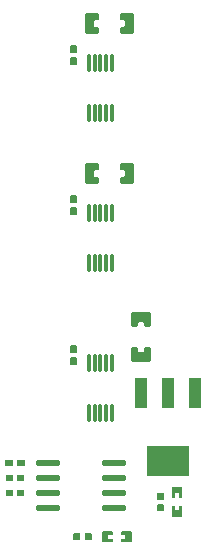
<source format=gbp>
G04 Layer: BottomPasteMaskLayer*
G04 EasyEDA v6.5.42, 2024-03-10 10:04:45*
G04 fe9a7845ffe14e3b902077880b4d51a8,5a6b42c53f6a479593ecc07194224c93,10*
G04 Gerber Generator version 0.2*
G04 Scale: 100 percent, Rotated: No, Reflected: No *
G04 Dimensions in millimeters *
G04 leading zeros omitted , absolute positions ,4 integer and 5 decimal *
%FSLAX45Y45*%
%MOMM*%

%AMMACRO1*21,1,$1,$2,0,0,$3*%
%ADD10O,0.2800096X1.620012*%
%ADD11MACRO1,1.05X2.4648X0.0000*%
%ADD12MACRO1,3.54X2.4648X0.0000*%
%ADD13O,2.0450048X0.58801*%

%LPD*%
G36*
X1333093Y6593382D02*
G01*
X1328115Y6588404D01*
X1328115Y6543395D01*
X1333093Y6538417D01*
X1386078Y6538417D01*
X1391107Y6543395D01*
X1391107Y6588404D01*
X1386078Y6593382D01*
G37*
G36*
X1230122Y6593382D02*
G01*
X1225092Y6588404D01*
X1225092Y6543395D01*
X1230122Y6538417D01*
X1283106Y6538417D01*
X1288084Y6543395D01*
X1288084Y6588404D01*
X1283106Y6593382D01*
G37*
G36*
X1806600Y5971082D02*
G01*
X1801622Y5966104D01*
X1801622Y5921095D01*
X1806600Y5916117D01*
X1854606Y5916117D01*
X1861616Y5921095D01*
X1861616Y5966104D01*
X1854606Y5971082D01*
G37*
G36*
X1904593Y5971082D02*
G01*
X1897583Y5966104D01*
X1897583Y5921095D01*
X1904593Y5916117D01*
X1952599Y5916117D01*
X1957578Y5921095D01*
X1957578Y5966104D01*
X1952599Y5971082D01*
G37*
G36*
X2517495Y6217716D02*
G01*
X2512517Y6210706D01*
X2512517Y6162700D01*
X2517495Y6157722D01*
X2562504Y6157722D01*
X2567482Y6162700D01*
X2567482Y6210706D01*
X2562504Y6217716D01*
G37*
G36*
X2517495Y6313678D02*
G01*
X2512517Y6308699D01*
X2512517Y6260693D01*
X2517495Y6253683D01*
X2562504Y6253683D01*
X2567482Y6260693D01*
X2567482Y6308699D01*
X2562504Y6313678D01*
G37*
G36*
X1235100Y6466382D02*
G01*
X1230122Y6461404D01*
X1230122Y6416395D01*
X1235100Y6411417D01*
X1283106Y6411417D01*
X1290116Y6416395D01*
X1290116Y6461404D01*
X1283106Y6466382D01*
G37*
G36*
X1333093Y6466382D02*
G01*
X1326083Y6461404D01*
X1326083Y6416395D01*
X1333093Y6411417D01*
X1381099Y6411417D01*
X1386078Y6416395D01*
X1386078Y6461404D01*
X1381099Y6466382D01*
G37*
G36*
X1235100Y6339382D02*
G01*
X1230122Y6334404D01*
X1230122Y6289395D01*
X1235100Y6284417D01*
X1283106Y6284417D01*
X1290116Y6289395D01*
X1290116Y6334404D01*
X1283106Y6339382D01*
G37*
G36*
X1333093Y6339382D02*
G01*
X1326083Y6334404D01*
X1326083Y6289395D01*
X1333093Y6284417D01*
X1381099Y6284417D01*
X1386078Y6289395D01*
X1386078Y6334404D01*
X1381099Y6339382D01*
G37*
G36*
X2299868Y7545222D02*
G01*
X2289860Y7535214D01*
X2289860Y7434427D01*
X2299868Y7424470D01*
X2449931Y7424470D01*
X2459939Y7434427D01*
X2459939Y7535214D01*
X2449931Y7545222D01*
X2413812Y7545222D01*
X2403805Y7535214D01*
X2403805Y7514132D01*
X2393797Y7504125D01*
X2356002Y7504125D01*
X2345994Y7514132D01*
X2345994Y7535214D01*
X2335987Y7545222D01*
G37*
G36*
X2299868Y7840929D02*
G01*
X2289860Y7830972D01*
X2289860Y7730185D01*
X2299868Y7720177D01*
X2335987Y7720177D01*
X2345994Y7730185D01*
X2345994Y7751267D01*
X2356002Y7761274D01*
X2393797Y7761274D01*
X2403805Y7751267D01*
X2403805Y7730185D01*
X2413812Y7720177D01*
X2449931Y7720177D01*
X2459939Y7730185D01*
X2459939Y7830972D01*
X2449931Y7840929D01*
G37*
G36*
X1909927Y10372039D02*
G01*
X1899970Y10362031D01*
X1899970Y10211968D01*
X1909927Y10201960D01*
X2010714Y10201960D01*
X2020722Y10211968D01*
X2020722Y10248087D01*
X2010714Y10258094D01*
X1989632Y10258094D01*
X1979625Y10268102D01*
X1979625Y10305897D01*
X1989632Y10315905D01*
X2010714Y10315905D01*
X2020722Y10325912D01*
X2020722Y10362031D01*
X2010714Y10372039D01*
G37*
G36*
X2205685Y10372039D02*
G01*
X2195677Y10362031D01*
X2195677Y10325912D01*
X2205685Y10315905D01*
X2226767Y10315905D01*
X2236774Y10305897D01*
X2236774Y10268102D01*
X2226767Y10258094D01*
X2205685Y10258094D01*
X2195677Y10248087D01*
X2195677Y10211968D01*
X2205685Y10201960D01*
X2306472Y10201960D01*
X2316429Y10211968D01*
X2316429Y10362031D01*
X2306472Y10372039D01*
G37*
G36*
X1909927Y9102039D02*
G01*
X1899970Y9092031D01*
X1899970Y8941968D01*
X1909927Y8931960D01*
X2010714Y8931960D01*
X2020722Y8941968D01*
X2020722Y8978087D01*
X2010714Y8988094D01*
X1989632Y8988094D01*
X1979625Y8998102D01*
X1979625Y9035897D01*
X1989632Y9045905D01*
X2010714Y9045905D01*
X2020722Y9055912D01*
X2020722Y9092031D01*
X2010714Y9102039D01*
G37*
G36*
X2205685Y9102039D02*
G01*
X2195677Y9092031D01*
X2195677Y9055912D01*
X2205685Y9045905D01*
X2226767Y9045905D01*
X2236774Y9035897D01*
X2236774Y8998102D01*
X2226767Y8988094D01*
X2205685Y8988094D01*
X2195677Y8978087D01*
X2195677Y8941968D01*
X2205685Y8931960D01*
X2306472Y8931960D01*
X2316429Y8941968D01*
X2316429Y9092031D01*
X2306472Y9102039D01*
G37*
G36*
X2639720Y6201206D02*
G01*
X2634691Y6196177D01*
X2634691Y6116218D01*
X2639720Y6111189D01*
X2719679Y6111189D01*
X2724708Y6116218D01*
X2724708Y6196177D01*
X2719679Y6201206D01*
X2695498Y6201206D01*
X2695498Y6164173D01*
X2662478Y6164173D01*
X2662478Y6201206D01*
G37*
G36*
X2639720Y6360210D02*
G01*
X2634691Y6355181D01*
X2634691Y6276187D01*
X2639720Y6271209D01*
X2662478Y6271209D01*
X2662478Y6309207D01*
X2695498Y6309207D01*
X2695498Y6271209D01*
X2719679Y6271209D01*
X2724708Y6276187D01*
X2724708Y6355181D01*
X2719679Y6360210D01*
G37*
G36*
X2211222Y5988608D02*
G01*
X2206193Y5983579D01*
X2206193Y5959398D01*
X2243175Y5959398D01*
X2243175Y5926378D01*
X2206193Y5926378D01*
X2206193Y5903620D01*
X2211222Y5898591D01*
X2291181Y5898591D01*
X2296210Y5903620D01*
X2296210Y5983579D01*
X2291181Y5988608D01*
G37*
G36*
X2052218Y5988608D02*
G01*
X2047189Y5983579D01*
X2047189Y5903620D01*
X2052218Y5898591D01*
X2131212Y5898591D01*
X2136190Y5903620D01*
X2136190Y5926378D01*
X2098192Y5926378D01*
X2098192Y5959398D01*
X2136190Y5959398D01*
X2136190Y5983579D01*
X2131212Y5988608D01*
G37*
G36*
X1780895Y7563307D02*
G01*
X1775917Y7558278D01*
X1775917Y7505293D01*
X1780895Y7500315D01*
X1825904Y7500315D01*
X1830882Y7505293D01*
X1830882Y7558278D01*
X1825904Y7563307D01*
G37*
G36*
X1780895Y7460284D02*
G01*
X1775917Y7455306D01*
X1775917Y7402322D01*
X1780895Y7397292D01*
X1825904Y7397292D01*
X1830882Y7402322D01*
X1830882Y7455306D01*
X1825904Y7460284D01*
G37*
G36*
X1780895Y10103307D02*
G01*
X1775917Y10098278D01*
X1775917Y10045293D01*
X1780895Y10040315D01*
X1825904Y10040315D01*
X1830882Y10045293D01*
X1830882Y10098278D01*
X1825904Y10103307D01*
G37*
G36*
X1780895Y10000284D02*
G01*
X1775917Y9995306D01*
X1775917Y9942322D01*
X1780895Y9937292D01*
X1825904Y9937292D01*
X1830882Y9942322D01*
X1830882Y9995306D01*
X1825904Y10000284D01*
G37*
G36*
X1780895Y8833307D02*
G01*
X1775917Y8828278D01*
X1775917Y8775293D01*
X1780895Y8770315D01*
X1825904Y8770315D01*
X1830882Y8775293D01*
X1830882Y8828278D01*
X1825904Y8833307D01*
G37*
G36*
X1780895Y8730284D02*
G01*
X1775917Y8725306D01*
X1775917Y8672322D01*
X1780895Y8667292D01*
X1825904Y8667292D01*
X1830882Y8672322D01*
X1830882Y8725306D01*
X1825904Y8730284D01*
G37*
D10*
G01*
X2131999Y6989902D03*
G01*
X2081987Y6989902D03*
G01*
X2032000Y6989902D03*
G01*
X1981987Y6989902D03*
G01*
X1932000Y6989902D03*
G01*
X2131999Y7411897D03*
G01*
X2081987Y7411897D03*
G01*
X2032000Y7411897D03*
G01*
X1981987Y7411897D03*
G01*
X1932000Y7411897D03*
G01*
X2131999Y9529902D03*
G01*
X2081987Y9529902D03*
G01*
X2032000Y9529902D03*
G01*
X1981987Y9529902D03*
G01*
X1932000Y9529902D03*
G01*
X2131999Y9951897D03*
G01*
X2081987Y9951897D03*
G01*
X2032000Y9951897D03*
G01*
X1981987Y9951897D03*
G01*
X1932000Y9951897D03*
G01*
X2131999Y8259902D03*
G01*
X2081987Y8259902D03*
G01*
X2032000Y8259902D03*
G01*
X1981987Y8259902D03*
G01*
X1932000Y8259902D03*
G01*
X2131999Y8681897D03*
G01*
X2081987Y8681897D03*
G01*
X2032000Y8681897D03*
G01*
X1981987Y8681897D03*
G01*
X1932000Y8681897D03*
D11*
G01*
X2373502Y7156450D03*
G01*
X2603500Y7156450D03*
G01*
X2833497Y7156450D03*
D12*
G01*
X2603512Y6584950D03*
D13*
G01*
X2144140Y6565900D03*
G01*
X2144140Y6438900D03*
G01*
X2144140Y6311900D03*
G01*
X2144140Y6184900D03*
G01*
X1589659Y6565900D03*
G01*
X1589659Y6438900D03*
G01*
X1589659Y6311900D03*
G01*
X1589659Y6184900D03*
M02*

</source>
